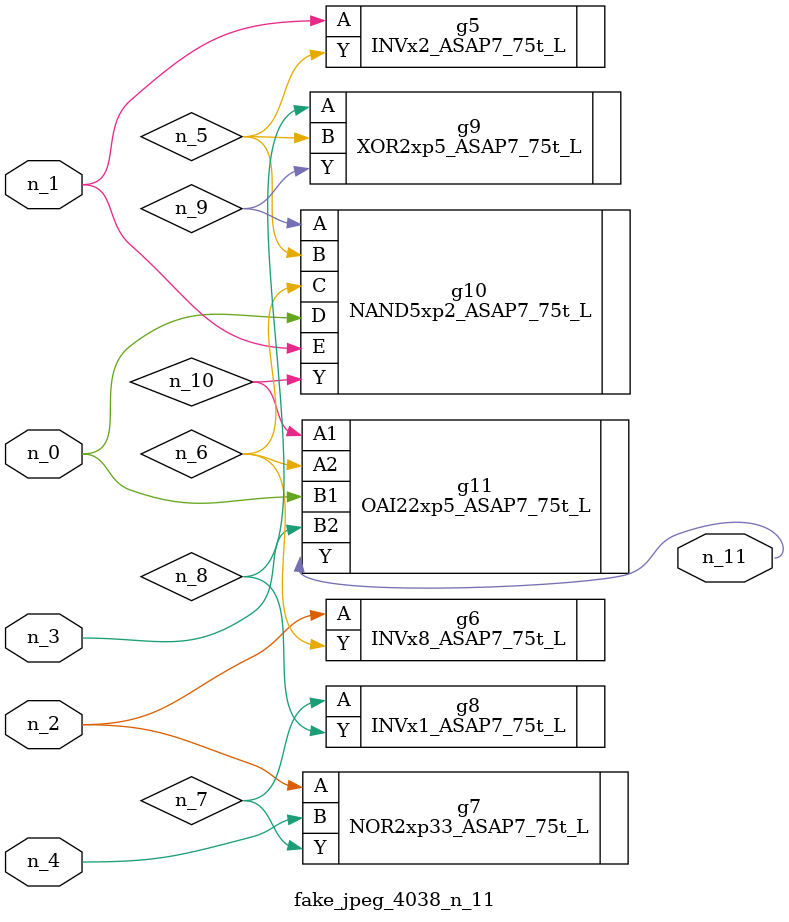
<source format=v>
module fake_jpeg_4038_n_11 (n_3, n_2, n_1, n_0, n_4, n_11);

input n_3;
input n_2;
input n_1;
input n_0;
input n_4;

output n_11;

wire n_10;
wire n_8;
wire n_9;
wire n_6;
wire n_5;
wire n_7;

INVx2_ASAP7_75t_L g5 ( 
.A(n_1),
.Y(n_5)
);

INVx8_ASAP7_75t_L g6 ( 
.A(n_2),
.Y(n_6)
);

NOR2xp33_ASAP7_75t_L g7 ( 
.A(n_2),
.B(n_4),
.Y(n_7)
);

INVx1_ASAP7_75t_L g8 ( 
.A(n_7),
.Y(n_8)
);

XOR2xp5_ASAP7_75t_L g9 ( 
.A(n_8),
.B(n_5),
.Y(n_9)
);

NAND5xp2_ASAP7_75t_L g10 ( 
.A(n_9),
.B(n_5),
.C(n_6),
.D(n_0),
.E(n_1),
.Y(n_10)
);

OAI22xp5_ASAP7_75t_L g11 ( 
.A1(n_10),
.A2(n_6),
.B1(n_0),
.B2(n_3),
.Y(n_11)
);


endmodule
</source>
